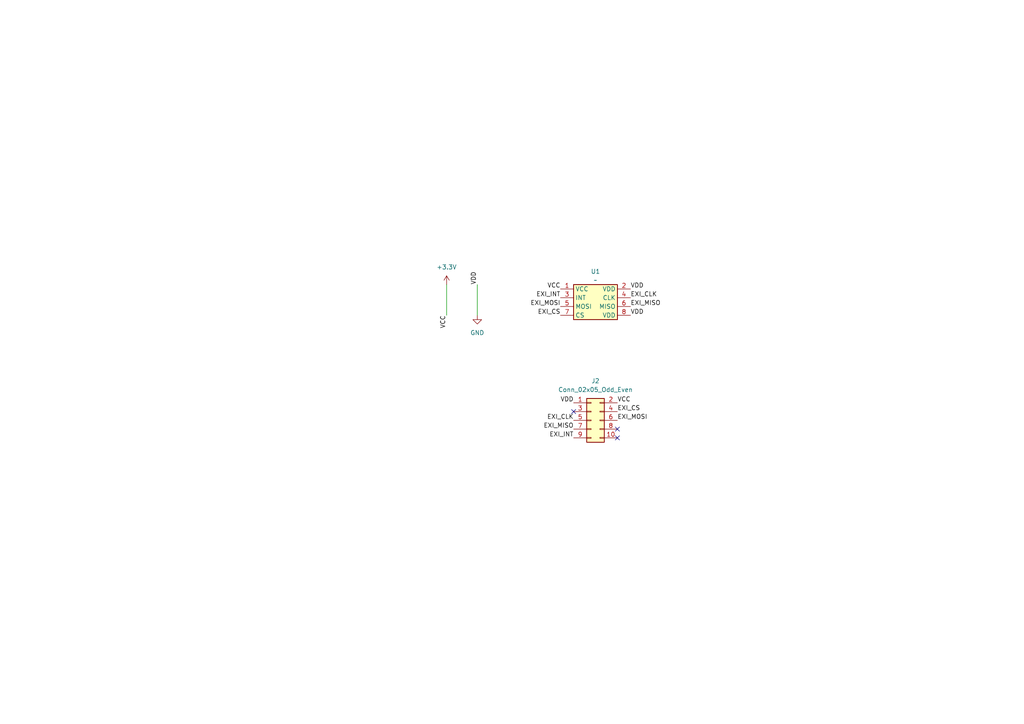
<source format=kicad_sch>
(kicad_sch (version 20231120) (generator "eeschema") (generator_version "8.0")
  (paper "A4")
  (title_block (title "ETH2GC Lite SP2 Breakout") (date "2024-03-21") (rev "2") (company "webhdx"))
  (lib_symbols
    (symbol "Connector_Generic:Conn_02x05_Odd_Even" (pin_names (offset 1.016) hide)
      (property "Reference" "J" (at 1.27 7.62 0))
      (property "Value" "Conn_02x05_Odd_Even" (at 1.27 -7.62 0))
      (symbol "Conn_02x05_Odd_Even_1_1"
        (rectangle (start -1.27 -4.953) (end 0 -5.207) (stroke (width 0.1524)))
        (rectangle (start -1.27 -2.413) (end 0 -2.667) (stroke (width 0.1524)))
        (rectangle (start -1.27 0.127) (end 0 -0.127) (stroke (width 0.1524)))
        (rectangle (start -1.27 2.667) (end 0 2.413) (stroke (width 0.1524)))
        (rectangle (start -1.27 5.207) (end 0 4.953) (stroke (width 0.1524)))
        (rectangle (start -1.27 6.35) (end 3.81 -6.35) (stroke (width 0.254)) (fill (type background)))
        (rectangle (start 3.81 -4.953) (end 2.54 -5.207) (stroke (width 0.1524)))
        (rectangle (start 3.81 -2.413) (end 2.54 -2.667) (stroke (width 0.1524)))
        (rectangle (start 3.81 0.127) (end 2.54 -0.127) (stroke (width 0.1524)))
        (rectangle (start 3.81 2.667) (end 2.54 2.413) (stroke (width 0.1524)))
        (rectangle (start 3.81 5.207) (end 2.54 4.953) (stroke (width 0.1524)))
        (pin passive line (at -5.08 5.08 0) (length 3.81) (name "Pin_1") (number "1"))
        (pin passive line (at 7.62 -5.08 180) (length 3.81) (name "Pin_10") (number "10"))
        (pin passive line (at 7.62 5.08 180) (length 3.81) (name "Pin_2") (number "2"))
        (pin passive line (at -5.08 2.54 0) (length 3.81) (name "Pin_3") (number "3"))
        (pin passive line (at 7.62 2.54 180) (length 3.81) (name "Pin_4") (number "4"))
        (pin passive line (at -5.08 0 0) (length 3.81) (name "Pin_5") (number "5"))
        (pin passive line (at 7.62 0 180) (length 3.81) (name "Pin_6") (number "6"))
        (pin passive line (at -5.08 -2.54 0) (length 3.81) (name "Pin_7") (number "7"))
        (pin passive line (at 7.62 -2.54 180) (length 3.81) (name "Pin_8") (number "8"))
        (pin passive line (at -5.08 -5.08 0) (length 3.81) (name "Pin_9") (number "9"))
      )
    )
    (symbol "Nintendo-GameCube-Symbols:SerialPort2_Connector"
      (property "Reference" "U" (at 0 0 0))
      (symbol "SerialPort2_Connector_1_1"
        (rectangle (start -2.54 11.43) (end 10.16 1.27) (stroke (width 0.254)) (fill (type background)))
        (pin power_in line (at -6.35 10.16 0) (length 3.81) (name "VCC") (number "1"))
        (pin power_in line (at 13.97 10.16 180) (length 3.81) (name "VDD") (number "2"))
        (pin output line (at -6.35 7.62 0) (length 3.81) (name "INT") (number "3"))
        (pin output line (at 13.97 7.62 180) (length 3.81) (name "CLK") (number "4"))
        (pin input line (at -6.35 5.08 0) (length 3.81) (name "MOSI") (number "5"))
        (pin output line (at 13.97 5.08 180) (length 3.81) (name "MISO") (number "6"))
        (pin input line (at -6.35 2.54 0) (length 3.81) (name "CS") (number "7"))
        (pin power_in line (at 13.97 2.54 180) (length 3.81) (name "VDD") (number "8"))
      )
    )
    (symbol "power:+3.3V" (power) (pin_names (offset 0))
      (property "Value" "+3.3V" (at 0 3.556 0))
      (symbol "+3.3V_0_1"
        (polyline (pts (xy -0.762 1.27) (xy 0 2.54)))
        (polyline (pts (xy 0 0) (xy 0 2.54)))
        (polyline (pts (xy 0 2.54) (xy 0.762 1.27)))
      )
      (symbol "+3.3V_1_1"
        (pin power_in line (at 0 0 90) (length 0) hide (name "+3.3V") (number "1"))
      )
    )
    (symbol "power:GND" (power) (pin_names (offset 0))
      (property "Value" "GND" (at 0 -3.81 0))
      (symbol "GND_0_1"
        (polyline (pts (xy 0 0) (xy 0 -1.27) (xy 1.27 -1.27) (xy 0 -2.54) (xy -1.27 -1.27) (xy 0 -1.27)))
      )
      (symbol "GND_1_1"
        (pin power_in line (at 0 0 270) (length 0) hide (name "GND") (number "1"))
      )
    )
  )
  (no_connect (at 179.07 127))
  (no_connect (at 166.37 119.38))
  (no_connect (at 179.07 124.46))
  (wire (pts (xy 129.54 82.55) (xy 129.54 91.44)))
  (wire (pts (xy 138.43 82.55) (xy 138.43 91.44)))
  (label "VDD" (at 182.88 91.44 0))
  (label "VDD" (at 166.37 116.84 180))
  (label "EXI_CLK" (at 182.88 86.36 0))
  (label "EXI_CLK" (at 166.37 121.92 180))
  (label "EXI_INT" (at 166.37 127 180))
  (label "VCC" (at 129.54 91.44 270))
  (label "EXI_MISO" (at 166.37 124.46 180))
  (label "EXI_CS" (at 162.56 91.44 180))
  (label "EXI_MISO" (at 182.88 88.9 0))
  (label "VDD" (at 138.43 82.55 90))
  (label "VCC" (at 179.07 116.84 0))
  (label "EXI_MOSI" (at 179.07 121.92 0))
  (label "EXI_INT" (at 162.56 86.36 180))
  (label "EXI_MOSI" (at 162.56 88.9 180))
  (label "VDD" (at 182.88 83.82 0))
  (label "EXI_CS" (at 179.07 119.38 0))
  (label "VCC" (at 162.56 83.82 180))
  (symbol (lib_id "power:GND") (at 138.43 91.44 0) (unit 1)
    (property "Reference" "#PWR02" (effects (hide yes)))
    (property "Value" "GND" (at 138.43 96.52 0))
  )
  (symbol (lib_id "power:+3.3V") (at 129.54 82.55 0) (unit 1)
    (property "Reference" "#PWR01" (effects (hide yes)))
    (property "Value" "+3.3V" (at 129.54 77.47 0))
  )
  (symbol (lib_id "Nintendo-GameCube-Symbols:SerialPort2_Connector") (at 168.91 93.98 0) (unit 1)
    (property "Reference" "U1" (at 172.72 78.74 0))
    (property "Value" "~" (at 172.72 81.28 0))
    (property "Footprint" "Nintendo GameCube:GameCube_SerialPort2_Male" (effects (hide yes)))
  )
  (symbol (lib_id "Connector_Generic:Conn_02x05_Odd_Even") (at 171.45 121.92 0) (unit 1)
    (property "Reference" "J2" (at 172.72 110.49 0))
    (property "Value" "Conn_02x05_Odd_Even" (at 172.72 113.03 0))
    (property "Footprint" "Connector_PinSocket_2.54mm:PinSocket_2x05_P2.54mm_Horizontal" (effects (hide yes)))
  )
)
</source>
